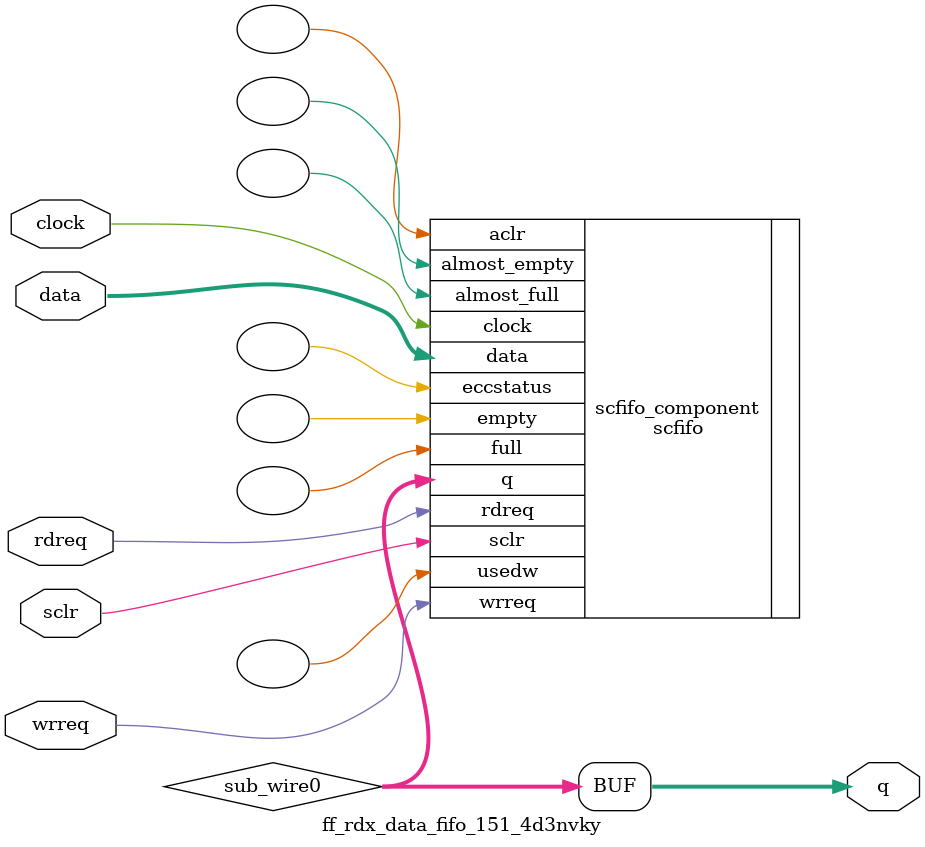
<source format=v>



`timescale 1 ps / 1 ps
// synopsys translate_on
module  ff_rdx_data_fifo_151_4d3nvky  (
    clock,
    data,
    rdreq,
    sclr,
    wrreq,
    q);

    input    clock;
    input  [35:0]  data;
    input    rdreq;
    input    sclr;
    input    wrreq;
    output [35:0]  q;

    wire [35:0] sub_wire0;
    wire [35:0] q = sub_wire0[35:0];

    scfifo  scfifo_component (
                .clock (clock),
                .data (data),
                .rdreq (rdreq),
                .sclr (sclr),
                .wrreq (wrreq),
                .q (sub_wire0),
                .aclr (),
                .almost_empty (),
                .almost_full (),
                .eccstatus (),
                .empty (),
                .full (),
                .usedw ());
    defparam
        scfifo_component.add_ram_output_register  = "OFF",
        scfifo_component.enable_ecc  = "FALSE",
        scfifo_component.intended_device_family  = "Arria 10",
        scfifo_component.lpm_hint  = "DISABLE_DCFIFO_EMBEDDED_TIMING_CONSTRAINT=TRUE",
        scfifo_component.lpm_numwords  = 32,
        scfifo_component.lpm_showahead  = "OFF",
        scfifo_component.lpm_type  = "scfifo",
        scfifo_component.lpm_width  = 36,
        scfifo_component.lpm_widthu  = 5,
        scfifo_component.overflow_checking  = "ON",
        scfifo_component.underflow_checking  = "ON",
        scfifo_component.use_eab  = "ON";


endmodule



</source>
